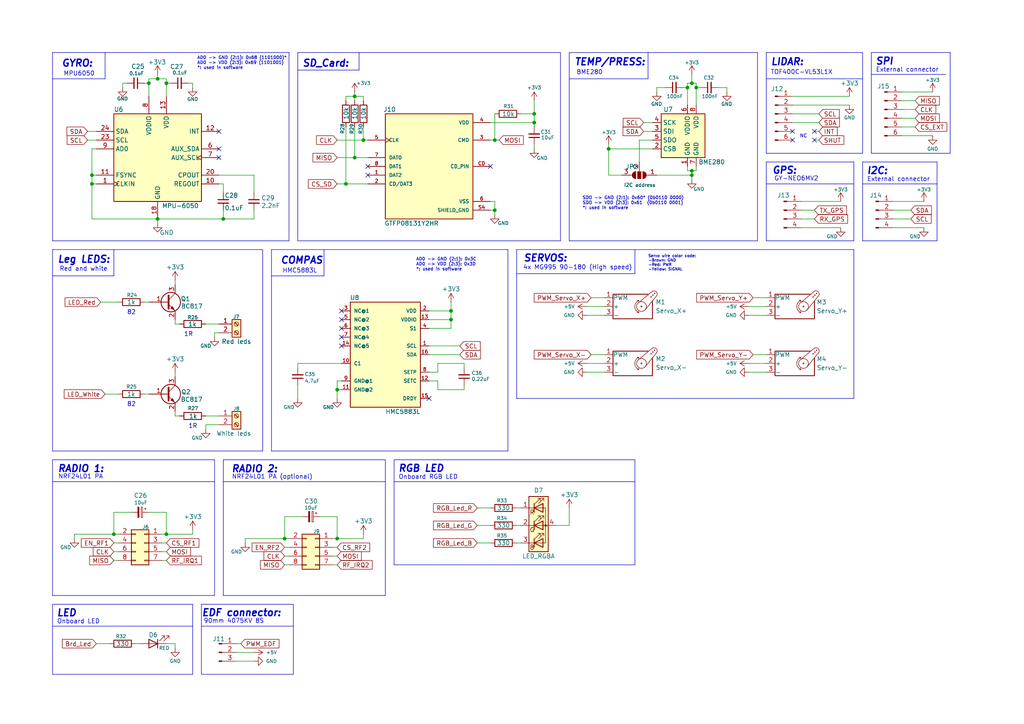
<source format=kicad_sch>
(kicad_sch (version 20230121) (generator eeschema)
  (paper "A4")
  (title_block (date "2023-02-15") (rev "2.2"))
  (junction (at 105.41 40.64))
  (junction (at 97.79 156.21))
  (junction (at 201.93 25.4))
  (junction (at 200.66 50.8))
  (junction (at 200.66 24.13))
  (junction (at 26.67 50.8))
  (junction (at 200.66 49.53))
  (junction (at 154.94 33.02))
  (junction (at 100.33 53.34))
  (junction (at 43.18 24.13))
  (junction (at 48.26 154.94))
  (junction (at 176.53 43.18))
  (junction (at 48.26 24.13))
  (junction (at 143.51 40.64))
  (junction (at 26.67 53.34))
  (junction (at 102.87 45.72))
  (junction (at 82.55 156.21))
  (junction (at 143.51 60.96))
  (junction (at 97.79 113.03))
  (junction (at 130.81 92.71))
  (junction (at 154.94 35.56))
  (junction (at 130.81 90.17))
  (junction (at 199.39 25.4))
  (junction (at 102.87 27.94))
  (junction (at 45.72 63.5))
  (junction (at 33.02 154.94))
  (junction (at 64.77 63.5))
  (junction (at 45.72 22.86))
  (no_connect (at 99.06 100.33))
  (no_connect (at 106.68 48.26))
  (no_connect (at 236.22 38.1))
  (no_connect (at 236.22 40.64))
  (no_connect (at 63.5 43.18))
  (no_connect (at 124.46 115.57))
  (no_connect (at 99.06 90.17))
  (no_connect (at 142.24 48.26))
  (no_connect (at 106.68 50.8))
  (no_connect (at 99.06 97.79))
  (no_connect (at 63.5 38.1))
  (no_connect (at 229.87 40.64))
  (no_connect (at 99.06 95.25))
  (no_connect (at 99.06 92.71))
  (no_connect (at 229.87 38.1))
  (no_connect (at 63.5 45.72))
  (wire (pts (xy 232.41 58.42) (xy 243.84 58.42)))
  (wire (pts (xy 154.94 43.18) (xy 154.94 41.91)))
  (wire (pts (xy 62.23 97.79) (xy 62.23 96.52)))
  (wire (pts (xy 161.29 152.4) (xy 165.1 152.4)))
  (wire (pts (xy 50.8 92.71) (xy 50.8 93.98)))
  (wire (pts (xy 190.5 50.8) (xy 200.66 50.8)))
  (polyline (pts (xy 162.56 69.85) (xy 162.56 15.24)))
  (wire (pts (xy 99.06 110.49) (xy 97.79 110.49)))
  (wire (pts (xy 138.43 147.32) (xy 142.24 147.32)))
  (wire (pts (xy 55.88 25.4) (xy 55.88 24.13)))
  (wire (pts (xy 59.69 123.19) (xy 63.5 123.19)))
  (polyline (pts (xy 76.2 130.81) (xy 76.2 72.39)))
  (wire (pts (xy 62.23 96.52) (xy 63.5 96.52)))
  (wire (pts (xy 143.51 40.64) (xy 144.78 40.64)))
  (wire (pts (xy 198.12 25.4) (xy 199.39 25.4)))
  (wire (pts (xy 149.86 147.32) (xy 151.13 147.32)))
  (wire (pts (xy 21.59 154.94) (xy 33.02 154.94)))
  (polyline (pts (xy 222.25 15.24) (xy 222.25 44.45)))
  (wire (pts (xy 26.67 53.34) (xy 27.94 53.34)))
  (wire (pts (xy 130.81 95.25) (xy 130.81 92.71)))
  (polyline (pts (xy 149.86 72.39) (xy 247.65 72.39)))
  (polyline (pts (xy 85.09 181.61) (xy 85.09 195.58)))
  (polyline (pts (xy 83.82 69.85) (xy 15.24 69.85)))
  (wire (pts (xy 100.33 36.83) (xy 100.33 53.34)))
  (wire (pts (xy 48.26 186.69) (xy 50.8 186.69)))
  (wire (pts (xy 68.58 186.69) (xy 69.85 186.69)))
  (wire (pts (xy 55.88 153.67) (xy 55.88 154.94)))
  (wire (pts (xy 26.67 53.34) (xy 26.67 63.5)))
  (wire (pts (xy 199.39 48.26) (xy 199.39 49.53)))
  (wire (pts (xy 154.94 33.02) (xy 154.94 35.56)))
  (wire (pts (xy 21.59 156.21) (xy 21.59 154.94)))
  (wire (pts (xy 33.02 154.94) (xy 34.29 154.94)))
  (wire (pts (xy 102.87 27.94) (xy 105.41 27.94)))
  (polyline (pts (xy 58.42 175.26) (xy 85.09 175.26)))
  (wire (pts (xy 203.2 25.4) (xy 201.93 25.4)))
  (wire (pts (xy 97.79 149.86) (xy 97.79 156.21)))
  (polyline (pts (xy 165.1 15.24) (xy 165.1 69.85)))
  (wire (pts (xy 200.66 21.59) (xy 200.66 24.13)))
  (wire (pts (xy 48.26 154.94) (xy 55.88 154.94)))
  (polyline (pts (xy 114.3 133.35) (xy 184.15 133.35)))
  (wire (pts (xy 229.87 27.94) (xy 246.38 27.94)))
  (polyline (pts (xy 111.76 133.35) (xy 64.77 133.35)))
  (wire (pts (xy 48.26 22.86) (xy 48.26 24.13)))
  (wire (pts (xy 170.18 107.95) (xy 175.26 107.95)))
  (polyline (pts (xy 222.25 53.34) (xy 247.65 53.34)))
  (wire (pts (xy 259.08 60.96) (xy 264.16 60.96)))
  (wire (pts (xy 134.62 111.76) (xy 134.62 113.03)))
  (wire (pts (xy 170.18 105.41) (xy 175.26 105.41)))
  (polyline (pts (xy 93.98 80.01) (xy 93.98 72.39)))
  (polyline (pts (xy 83.82 15.24) (xy 83.82 69.85)))
  (polyline (pts (xy 33.02 80.01) (xy 33.02 72.39)))
  (polyline (pts (xy 219.71 15.24) (xy 219.71 69.85)))
  (polyline (pts (xy 247.65 46.99) (xy 247.65 69.85)))
  (polyline (pts (xy 15.24 130.81) (xy 76.2 130.81)))
  (wire (pts (xy 176.53 43.18) (xy 189.23 43.18)))
  (wire (pts (xy 97.79 40.64) (xy 105.41 40.64)))
  (wire (pts (xy 130.81 90.17) (xy 130.81 87.63)))
  (wire (pts (xy 33.02 148.59) (xy 38.1 148.59)))
  (wire (pts (xy 171.45 102.87) (xy 175.26 102.87)))
  (wire (pts (xy 232.41 63.5) (xy 236.22 63.5)))
  (wire (pts (xy 63.5 50.8) (xy 73.66 50.8)))
  (wire (pts (xy 97.79 110.49) (xy 97.79 113.03)))
  (wire (pts (xy 200.66 49.53) (xy 200.66 50.8)))
  (wire (pts (xy 261.62 31.75) (xy 265.43 31.75)))
  (wire (pts (xy 100.33 53.34) (xy 106.68 53.34)))
  (wire (pts (xy 176.53 43.18) (xy 176.53 50.8)))
  (wire (pts (xy 96.52 163.83) (xy 97.79 163.83)))
  (polyline (pts (xy 15.24 15.24) (xy 15.24 69.85)))
  (wire (pts (xy 200.66 24.13) (xy 199.39 24.13)))
  (wire (pts (xy 185.42 40.64) (xy 189.23 40.64)))
  (polyline (pts (xy 222.25 46.99) (xy 222.25 69.85)))
  (wire (pts (xy 190.5 26.67) (xy 190.5 25.4)))
  (wire (pts (xy 43.18 148.59) (xy 48.26 148.59)))
  (wire (pts (xy 176.53 50.8) (xy 180.34 50.8)))
  (wire (pts (xy 261.62 39.37) (xy 270.51 39.37)))
  (wire (pts (xy 201.93 24.13) (xy 200.66 24.13)))
  (wire (pts (xy 127 113.03) (xy 127 110.49)))
  (polyline (pts (xy 15.24 133.35) (xy 15.24 172.72)))
  (polyline (pts (xy 184.15 79.375) (xy 184.15 72.39)))
  (wire (pts (xy 97.79 156.21) (xy 105.41 156.21)))
  (wire (pts (xy 261.62 29.21) (xy 265.43 29.21)))
  (polyline (pts (xy 187.96 22.86) (xy 187.96 15.24)))
  (wire (pts (xy 201.93 49.53) (xy 201.93 48.26)))
  (polyline (pts (xy 149.86 79.375) (xy 184.15 79.375)))
  (polyline (pts (xy 85.09 181.61) (xy 85.09 175.26)))
  (wire (pts (xy 100.33 27.94) (xy 102.87 27.94)))
  (polyline (pts (xy 149.86 72.39) (xy 149.86 115.57)))
  (wire (pts (xy 151.13 33.02) (xy 154.94 33.02)))
  (wire (pts (xy 105.41 40.64) (xy 106.68 40.64)))
  (wire (pts (xy 201.93 25.4) (xy 201.93 24.13)))
  (polyline (pts (xy 86.36 20.32) (xy 104.14 20.32)))
  (polyline (pts (xy 252.73 15.24) (xy 252.73 44.45)))
  (wire (pts (xy 199.39 25.4) (xy 199.39 30.48)))
  (wire (pts (xy 236.22 40.64) (xy 237.49 40.64)))
  (wire (pts (xy 154.94 29.21) (xy 154.94 33.02)))
  (wire (pts (xy 64.77 53.34) (xy 64.77 55.88)))
  (wire (pts (xy 185.42 40.64) (xy 185.42 46.99)))
  (wire (pts (xy 261.62 34.29) (xy 265.43 34.29)))
  (wire (pts (xy 96.52 161.29) (xy 97.79 161.29)))
  (wire (pts (xy 170.18 91.44) (xy 175.26 91.44)))
  (polyline (pts (xy 165.1 22.86) (xy 187.96 22.86)))
  (wire (pts (xy 138.43 157.48) (xy 142.24 157.48)))
  (wire (pts (xy 97.79 113.03) (xy 99.06 113.03)))
  (polyline (pts (xy 104.14 20.32) (xy 104.14 15.24)))
  (polyline (pts (xy 55.88 195.58) (xy 55.88 175.26)))
  (polyline (pts (xy 247.65 115.57) (xy 149.86 115.57)))
  (polyline (pts (xy 184.15 163.83) (xy 184.15 133.35)))
  (wire (pts (xy 143.51 60.96) (xy 143.51 62.23)))
  (polyline (pts (xy 86.36 15.24) (xy 86.36 69.85)))
  (wire (pts (xy 124.46 100.33) (xy 133.35 100.33)))
  (polyline (pts (xy 15.24 15.24) (xy 83.82 15.24)))
  (wire (pts (xy 33.02 157.48) (xy 34.29 157.48)))
  (wire (pts (xy 127 105.41) (xy 134.62 105.41)))
  (wire (pts (xy 71.12 157.48) (xy 71.12 156.21)))
  (wire (pts (xy 142.24 60.96) (xy 143.51 60.96)))
  (wire (pts (xy 46.99 160.02) (xy 48.26 160.02)))
  (polyline (pts (xy 30.48 22.86) (xy 30.48 15.24)))
  (wire (pts (xy 97.79 53.34) (xy 100.33 53.34)))
  (wire (pts (xy 59.69 124.46) (xy 59.69 123.19)))
  (wire (pts (xy 208.28 25.4) (xy 210.82 25.4)))
  (polyline (pts (xy 165.1 69.85) (xy 219.71 69.85)))
  (polyline (pts (xy 15.24 175.26) (xy 15.24 195.58)))
  (polyline (pts (xy 250.19 46.99) (xy 271.78 46.99)))
  (wire (pts (xy 48.26 154.94) (xy 46.99 154.94)))
  (wire (pts (xy 199.39 49.53) (xy 200.66 49.53)))
  (wire (pts (xy 102.87 26.67) (xy 102.87 27.94)))
  (polyline (pts (xy 78.74 72.39) (xy 147.32 72.39)))
  (wire (pts (xy 63.5 53.34) (xy 64.77 53.34)))
  (wire (pts (xy 105.41 36.83) (xy 105.41 40.64)))
  (polyline (pts (xy 250.19 44.45) (xy 250.19 15.24)))
  (wire (pts (xy 143.51 33.02) (xy 143.51 40.64)))
  (wire (pts (xy 50.8 107.95) (xy 50.8 109.22)))
  (wire (pts (xy 124.46 107.95) (xy 127 107.95)))
  (wire (pts (xy 46.99 157.48) (xy 48.26 157.48)))
  (wire (pts (xy 82.55 161.29) (xy 83.82 161.29)))
  (wire (pts (xy 102.87 36.83) (xy 102.87 45.72)))
  (polyline (pts (xy 62.23 172.72) (xy 62.23 133.35)))
  (wire (pts (xy 26.67 63.5) (xy 45.72 63.5)))
  (polyline (pts (xy 15.24 80.01) (xy 33.02 80.01)))
  (polyline (pts (xy 247.65 69.85) (xy 222.25 69.85)))
  (wire (pts (xy 82.55 158.75) (xy 83.82 158.75)))
  (wire (pts (xy 199.39 24.13) (xy 199.39 25.4)))
  (polyline (pts (xy 58.42 195.58) (xy 85.09 195.58)))
  (wire (pts (xy 142.24 40.64) (xy 143.51 40.64)))
  (wire (pts (xy 43.18 24.13) (xy 43.18 22.86)))
  (wire (pts (xy 171.45 86.36) (xy 175.26 86.36)))
  (wire (pts (xy 45.72 22.86) (xy 48.26 22.86)))
  (polyline (pts (xy 114.3 163.83) (xy 184.15 163.83)))
  (wire (pts (xy 50.8 119.38) (xy 50.8 120.65)))
  (wire (pts (xy 124.46 102.87) (xy 133.35 102.87)))
  (wire (pts (xy 82.55 149.86) (xy 87.63 149.86)))
  (wire (pts (xy 73.66 60.96) (xy 73.66 63.5)))
  (wire (pts (xy 39.37 186.69) (xy 40.64 186.69)))
  (wire (pts (xy 176.53 41.91) (xy 176.53 43.18)))
  (wire (pts (xy 124.46 95.25) (xy 130.81 95.25)))
  (polyline (pts (xy 222.25 15.24) (xy 250.19 15.24)))
  (wire (pts (xy 138.43 152.4) (xy 142.24 152.4)))
  (polyline (pts (xy 15.24 22.86) (xy 30.48 22.86)))
  (wire (pts (xy 130.81 92.71) (xy 130.81 90.17)))
  (wire (pts (xy 142.24 35.56) (xy 154.94 35.56)))
  (polyline (pts (xy 219.71 15.24) (xy 165.1 15.24)))
  (wire (pts (xy 86.36 111.76) (xy 86.36 115.57)))
  (wire (pts (xy 142.24 58.42) (xy 143.51 58.42)))
  (wire (pts (xy 210.82 25.4) (xy 210.82 26.67)))
  (wire (pts (xy 43.18 22.86) (xy 45.72 22.86)))
  (wire (pts (xy 134.62 105.41) (xy 134.62 106.68)))
  (wire (pts (xy 27.94 43.18) (xy 26.67 43.18)))
  (polyline (pts (xy 76.2 72.39) (xy 15.24 72.39)))
  (wire (pts (xy 92.71 149.86) (xy 97.79 149.86)))
  (wire (pts (xy 154.94 35.56) (xy 154.94 36.83)))
  (wire (pts (xy 82.55 163.83) (xy 83.82 163.83)))
  (wire (pts (xy 27.94 186.69) (xy 31.75 186.69)))
  (wire (pts (xy 82.55 156.21) (xy 83.82 156.21)))
  (wire (pts (xy 97.79 113.03) (xy 97.79 115.57)))
  (wire (pts (xy 97.79 45.72) (xy 102.87 45.72)))
  (wire (pts (xy 218.44 102.87) (xy 222.25 102.87)))
  (polyline (pts (xy 86.36 69.85) (xy 162.56 69.85)))
  (wire (pts (xy 25.4 38.1) (xy 27.94 38.1)))
  (wire (pts (xy 26.67 43.18) (xy 26.67 50.8)))
  (polyline (pts (xy 247.65 72.39) (xy 247.65 115.57)))
  (wire (pts (xy 97.79 156.21) (xy 96.52 156.21)))
  (wire (pts (xy 26.67 50.8) (xy 26.67 53.34)))
  (wire (pts (xy 149.86 157.48) (xy 151.13 157.48)))
  (polyline (pts (xy 78.74 80.01) (xy 93.98 80.01)))
  (polyline (pts (xy 15.24 139.7) (xy 62.23 139.7)))
  (polyline (pts (xy 114.3 133.35) (xy 114.3 163.83)))
  (polyline (pts (xy 15.24 172.72) (xy 62.23 172.72)))
  (polyline (pts (xy 58.42 181.61) (xy 85.09 181.61)))
  (wire (pts (xy 64.77 63.5) (xy 73.66 63.5)))
  (wire (pts (xy 217.17 107.95) (xy 222.25 107.95)))
  (wire (pts (xy 30.48 114.3) (xy 34.29 114.3)))
  (wire (pts (xy 48.26 24.13) (xy 49.53 24.13)))
  (wire (pts (xy 229.87 30.48) (xy 246.38 30.48)))
  (wire (pts (xy 68.58 189.23) (xy 73.66 189.23)))
  (wire (pts (xy 50.8 93.98) (xy 52.07 93.98)))
  (wire (pts (xy 105.41 27.94) (xy 105.41 29.21)))
  (wire (pts (xy 102.87 45.72) (xy 106.68 45.72)))
  (wire (pts (xy 149.86 152.4) (xy 151.13 152.4)))
  (polyline (pts (xy 222.25 22.86) (xy 250.19 22.86)))
  (polyline (pts (xy 15.24 195.58) (xy 55.88 195.58)))
  (polyline (pts (xy 252.73 21.59) (xy 274.32 21.59)))
  (wire (pts (xy 200.66 52.07) (xy 200.66 50.8)))
  (wire (pts (xy 71.12 156.21) (xy 82.55 156.21)))
  (wire (pts (xy 33.02 148.59) (xy 33.02 154.94)))
  (wire (pts (xy 232.41 66.04) (xy 243.84 66.04)))
  (wire (pts (xy 170.18 88.9) (xy 175.26 88.9)))
  (polyline (pts (xy 78.74 72.39) (xy 78.74 130.81)))
  (wire (pts (xy 33.02 162.56) (xy 34.29 162.56)))
  (polyline (pts (xy 252.73 44.45) (xy 275.59 44.45)))
  (wire (pts (xy 186.69 38.1) (xy 189.23 38.1)))
  (wire (pts (xy 82.55 149.86) (xy 82.55 156.21)))
  (polyline (pts (xy 222.25 46.99) (xy 247.65 46.99)))
  (wire (pts (xy 86.36 105.41) (xy 99.06 105.41)))
  (wire (pts (xy 200.66 49.53) (xy 201.93 49.53)))
  (wire (pts (xy 50.8 120.65) (xy 52.07 120.65)))
  (wire (pts (xy 236.22 38.1) (xy 237.49 38.1)))
  (polyline (pts (xy 15.24 181.61) (xy 55.88 181.61)))
  (wire (pts (xy 232.41 60.96) (xy 236.22 60.96)))
  (polyline (pts (xy 111.76 172.72) (xy 111.76 133.35)))
  (polyline (pts (xy 250.19 53.34) (xy 271.78 53.34)))
  (wire (pts (xy 201.93 25.4) (xy 201.93 30.48)))
  (wire (pts (xy 261.62 36.83) (xy 265.43 36.83)))
  (polyline (pts (xy 15.24 72.39) (xy 15.24 130.81)))
  (wire (pts (xy 35.56 24.13) (xy 36.83 24.13)))
  (wire (pts (xy 25.4 40.64) (xy 27.94 40.64)))
  (wire (pts (xy 259.08 66.04) (xy 267.97 66.04)))
  (polyline (pts (xy 250.19 46.99) (xy 250.19 69.85)))
  (wire (pts (xy 29.21 87.63) (xy 34.29 87.63)))
  (wire (pts (xy 102.87 27.94) (xy 102.87 29.21)))
  (polyline (pts (xy 250.19 69.85) (xy 271.78 69.85)))
  (wire (pts (xy 48.26 148.59) (xy 48.26 154.94)))
  (wire (pts (xy 261.62 26.67) (xy 270.51 26.67)))
  (wire (pts (xy 127 107.95) (xy 127 105.41)))
  (wire (pts (xy 124.46 90.17) (xy 130.81 90.17)))
  (wire (pts (xy 50.8 186.69) (xy 50.8 187.96)))
  (wire (pts (xy 217.17 105.41) (xy 222.25 105.41)))
  (polyline (pts (xy 15.24 175.26) (xy 55.88 175.26)))
  (wire (pts (xy 127 110.49) (xy 124.46 110.49)))
  (wire (pts (xy 217.17 88.9) (xy 222.25 88.9)))
  (wire (pts (xy 96.52 158.75) (xy 97.79 158.75)))
  (polyline (pts (xy 64.77 172.72) (xy 111.76 172.72)))
  (wire (pts (xy 41.91 87.63) (xy 43.18 87.63)))
  (polyline (pts (xy 162.56 15.24) (xy 86.36 15.24)))
  (polyline (pts (xy 62.23 133.35) (xy 15.24 133.35)))
  (wire (pts (xy 64.77 60.96) (xy 64.77 63.5)))
  (wire (pts (xy 41.91 114.3) (xy 43.18 114.3)))
  (polyline (pts (xy 64.77 133.35) (xy 64.77 172.72)))
  (wire (pts (xy 134.62 113.03) (xy 127 113.03)))
  (polyline (pts (xy 275.59 44.45) (xy 275.59 15.24)))
  (wire (pts (xy 186.69 35.56) (xy 189.23 35.56)))
  (polyline (pts (xy 252.73 15.24) (xy 275.59 15.24)))
  (wire (pts (xy 259.08 58.42) (xy 267.97 58.42)))
  (polyline (pts (xy 271.78 69.85) (xy 271.78 46.99)))
  (wire (pts (xy 45.72 21.59) (xy 45.72 22.86)))
  (wire (pts (xy 43.18 24.13) (xy 43.18 27.94)))
  (wire (pts (xy 48.26 24.13) (xy 48.26 27.94)))
  (wire (pts (xy 54.61 24.13) (xy 55.88 24.13)))
  (wire (pts (xy 35.56 24.13) (xy 35.56 25.4)))
  (wire (pts (xy 73.66 50.8) (xy 73.66 55.88)))
  (wire (pts (xy 27.94 50.8) (xy 26.67 50.8)))
  (wire (pts (xy 68.58 191.77) (xy 73.66 191.77)))
  (wire (pts (xy 59.69 120.65) (xy 63.5 120.65)))
  (polyline (pts (xy 114.3 139.7) (xy 184.15 139.7)))
  (wire (pts (xy 124.46 92.71) (xy 130.81 92.71)))
  (wire (pts (xy 46.99 162.56) (xy 48.26 162.56)))
  (wire (pts (xy 229.87 35.56) (xy 237.49 35.56)))
  (wire (pts (xy 50.8 81.28) (xy 50.8 82.55)))
  (polyline (pts (xy 147.32 72.39) (xy 147.32 130.81)))
  (wire (pts (xy 59.69 93.98) (xy 63.5 93.98)))
  (wire (pts (xy 229.87 33.02) (xy 237.49 33.02)))
  (polyline (pts (xy 64.77 139.7) (xy 111.76 139.7)))
  (wire (pts (xy 41.91 24.13) (xy 43.18 24.13)))
  (wire (pts (xy 190.5 25.4) (xy 193.04 25.4)))
  (wire (pts (xy 86.36 106.68) (xy 86.36 105.41)))
  (polyline (pts (xy 147.32 130.81) (xy 78.74 130.81)))
  (wire (pts (xy 165.1 147.32) (xy 165.1 152.4)))
  (wire (pts (xy 100.33 27.94) (xy 100.33 29.21)))
  (wire (pts (xy 218.44 86.36) (xy 222.25 86.36)))
  (wire (pts (xy 33.02 160.02) (xy 34.29 160.02)))
  (wire (pts (xy 143.51 58.42) (xy 143.51 60.96)))
  (wire (pts (xy 217.17 91.44) (xy 222.25 91.44)))
  (wire (pts (xy 259.08 63.5) (xy 264.16 63.5)))
  (polyline (pts (xy 58.42 175.26) (xy 58.42 195.58)))
  (wire (pts (xy 45.72 63.5) (xy 64.77 63.5)))
  (polyline (pts (xy 222.25 44.45) (xy 250.19 44.45)))
  (wire (pts (xy 45.72 63.5) (xy 45.72 64.77)))
  (wire (pts (xy 105.41 156.21) (xy 105.41 154.94)))
  (text "COMPAS" (at 81.28 76.835 0) (effects (font (size 2 2) (thickness 0.4) bold italic) (justify left bottom)))
  (text "Red and white" (at 17.2477 78.8545 0) (effects (font (size 1.27 1.27)) (justify left bottom)))
  (text "Leg LEDS:" (at 16.6127 76.5615 0) (effects (font (size 2 2) (thickness 0.4) bold italic) (justify left bottom)))
  (text "GYRO:" (at 17.78 19.685 0) (effects (font (size 2 2) (thickness 0.4) bold italic) (justify left bottom)))
  (text "External connector" (at 254.0039 21.0954 0) (effects (font (size 1.27 1.27)) (justify left bottom)))
  (text "90mm 4075KV 8S" (at 59.055 180.975 0) (effects (font (size 1.27 1.27)) (justify left bottom)))
  (text "SPI" (at 253.8608 19.0924 0) (effects (font (size 2 2) (thickness 0.4) bold italic) (justify left bottom)))
  (text "1R" (at 53.34 97.79 0) (effects (font (size 1.27 1.27)) (justify left bottom)))
  (text "AD0 -> GND (2:1): 0x3C\nAD0 -> VDD (2:3): 0x3D\n*: used in software" (at 120.65 78.74 0) (effects (font (size 0.9 0.9)) (justify left bottom)))
  (text "I2C:" (at 251.3208 50.8424 0) (effects (font (size 2 2) (thickness 0.4) bold italic) (justify left bottom)))
  (text "TOF400C-VL53L1X" (at 223.4847 21.8055 0) (effects (font (size 1.27 1.27)) (justify left bottom)))
  (text "Onboard RGB LED" (at 115.5739 139.2054 0) (effects (font (size 1.27 1.27)) (justify left bottom)))
  (text "GY-NEO6MV2" (at 224.5103 52.6573 0) (effects (font (size 1.27 1.27)) (justify left bottom)))
  (text "TEMP/PRESS:" (at 166.5293 19.3008 0) (effects (font (size 2 2) (thickness 0.4) bold italic) (justify left bottom)))
  (text "AD0 -> GND (2:1): 0x68 (1101000)*\nAD0 -> VDD (2:3): 0x69 (1101001)\n*: used in software" (at 57.15 20.32 0) (effects (font (size 0.9 0.9)) (justify left bottom)))
  (text "82" (at 36.83 91.44 0) (effects (font (size 1.27 1.27)) (justify left bottom)))
  (text "SERVOS:\n" (at 151.765 76.2 0) (effects (font (size 2 2) (thickness 0.4) bold italic) (justify left bottom)))
  (text "82" (at 36.83 118.11 0) (effects (font (size 1.27 1.27)) (justify left bottom)))
  (text "4x MG995 90-180 (High speed)" (at 151.6896 78.4294 0) (effects (font (size 1.27 1.27)) (justify left bottom)))
  (text "NRF24L01 PA" (at 16.8606 139.0903 0) (effects (font (size 1.27 1.27)) (justify left bottom)))
  (text "LED" (at 16.3708 179.1124 0) (effects (font (size 2 2) (thickness 0.4) bold italic) (justify left bottom)))
  (text "RADIO 1:" (at 16.654 137.2745 0) (effects (font (size 2 2) (thickness 0.4) bold italic) (justify left bottom)))
  (text "LIDAR:" (at 223.4847 19.2655 0) (effects (font (size 2 2) (thickness 0.4) bold italic) (justify left bottom)))
  (text "Onboard LED" (at 16.5139 181.1154 0) (effects (font (size 1.27 1.27)) (justify left bottom)))
  (text "External connector" (at 251.4639 52.8454 0) (effects (font (size 1.27 1.27)) (justify left bottom)))
  (text "NC" (at 231.931 40.1621 0) (effects (font (size 1 1)) (justify left bottom)))
  (text "HMC5883L" (at 81.915 79.375 0) (effects (font (size 1.27 1.27)) (justify left bottom)))
  (text "RGB LED" (at 115.4308 137.2024 0) (effects (font (size 2 2) (thickness 0.4) bold italic) (justify left bottom)))
  (text "SD_Card:" (at 87.63 19.685 0) (effects (font (size 2 2) (thickness 0.4) bold italic) (justify left bottom)))
  (text "EDF connector:" (at 58.42 179.07 0) (effects (font (size 2 2) (thickness 0.4) bold italic) (justify left bottom)))
  (text "NRF24L01 PA (optional)" (at 67.2376 139.1541 0) (effects (font (size 1.27 1.27)) (justify left bottom)))
  (text "Servo wire color code:\n-Brown: GND\n-Red: PWR\n-Yellow: SIGNAL" (at 187.96 78.74 0) (effects (font (size 0.8 0.8)) (justify left bottom)))
  (text "GPS:" (at 223.8753 50.7517 0) (effects (font (size 2 2) (thickness 0.4) bold italic) (justify left bottom)))
  (text "SDO -> GND (2:1): 0x60* (0b0110 0000)\nSDO -> VDD (2:3): 0x61  (0b0110 0001)\n*: used in software" (at 168.91 60.96 0) (effects (font (size 0.9 0.9)) (justify left bottom)))
  (text "MPU6050" (at 18.415 22.225 0) (effects (font (size 1.27 1.27)) (justify left bottom)))
  (text "1R" (at 54.61 124.46 0) (effects (font (size 1.27 1.27)) (justify left bottom)))
  (text "BME280" (at 167.1643 21.8408 0) (effects (font (size 1.27 1.27)) (justify left bottom)))
  (text "RADIO 2:" (at 67.031 137.3383 0) (effects (font (size 2 2) (thickness 0.4) bold italic) (justify left bottom)))
  (global_label "PWM_Servo_X-" (shape input) (at 171.45 102.87 180) (property "Intersheetrefs" "${INTERSHEET_REFS}" (effects hide)))
  (global_label "SCL" (shape input) (at 133.35 100.33 0) (property "Intersheetrefs" "${INTERSHEET_REFS}" (effects hide)))
  (global_label "RGB_Led_G" (shape input) (at 138.43 152.4 180) (property "Intersheetrefs" "${INTERSHEET_REFS}" (effects hide)))
  (global_label "MISO" (shape input) (at 97.79 45.72 180) (property "Intersheetrefs" "${INTERSHEET_REFS}" (effects hide)))
  (global_label "CS_SD" (shape input) (at 97.79 53.34 180) (property "Intersheetrefs" "${INTERSHEET_REFS}" (effects hide)))
  (global_label "CLK" (shape input) (at 265.43 31.75 0) (property "Intersheetrefs" "${INTERSHEET_REFS}" (effects hide)))
  (global_label "SDA" (shape input) (at 133.35 102.87 0) (property "Intersheetrefs" "${INTERSHEET_REFS}" (effects hide)))
  (global_label "TX_GPS" (shape input) (at 236.22 60.96 0) (property "Intersheetrefs" "${INTERSHEET_REFS}" (effects hide)))
  (global_label "RF_IRQ1" (shape input) (at 48.26 162.56 0) (property "Intersheetrefs" "${INTERSHEET_REFS}" (effects hide)))
  (global_label "SDA" (shape input) (at 186.69 38.1 180) (property "Intersheetrefs" "${INTERSHEET_REFS}" (effects hide)))
  (global_label "EN_RF1" (shape input) (at 33.02 157.48 180) (property "Intersheetrefs" "${INTERSHEET_REFS}" (effects hide)))
  (global_label "CS_EXT" (shape input) (at 265.43 36.83 0) (property "Intersheetrefs" "${INTERSHEET_REFS}" (effects hide)))
  (global_label "MOSI" (shape input) (at 48.26 160.02 0) (property "Intersheetrefs" "${INTERSHEET_REFS}" (effects hide)))
  (global_label "SCL" (shape input) (at 237.49 33.02 0) (property "Intersheetrefs" "${INTERSHEET_REFS}" (effects hide)))
  (global_label "MOSI" (shape input) (at 144.78 40.64 0) (property "Intersheetrefs" "${INTERSHEET_REFS}" (effects hide)))
  (global_label "SCL" (shape input) (at 264.16 63.5 0) (property "Intersheetrefs" "${INTERSHEET_REFS}" (effects hide)))
  (global_label "MISO" (shape input) (at 82.55 163.83 180) (property "Intersheetrefs" "${INTERSHEET_REFS}" (effects hide)))
  (global_label "MISO" (shape input) (at 265.43 29.21 0) (property "Intersheetrefs" "${INTERSHEET_REFS}" (effects hide)))
  (global_label "PWM_Servo_Y-" (shape input) (at 218.44 102.87 180) (property "Intersheetrefs" "${INTERSHEET_REFS}" (effects hide)))
  (global_label "RGB_Led_B" (shape input) (at 138.43 157.48 180) (property "Intersheetrefs" "${INTERSHEET_REFS}" (effects hide)))
  (global_label "LED_White" (shape input) (at 30.48 114.3 180) (property "Intersheetrefs" "${INTERSHEET_REFS}" (effects hide)))
  (global_label "SHUT" (shape input) (at 237.49 40.64 0) (property "Intersheetrefs" "${INTERSHEET_REFS}" (effects hide)))
  (global_label "Brd_Led" (shape input) (at 27.94 186.69 180) (property "Intersheetrefs" "${INTERSHEET_REFS}" (effects hide)))
  (global_label "SDA" (shape input) (at 237.49 35.56 0) (property "Intersheetrefs" "${INTERSHEET_REFS}" (effects hide)))
  (global_label "MISO" (shape input) (at 33.02 162.56 180) (property "Intersheetrefs" "${INTERSHEET_REFS}" (effects hide)))
  (global_label "LED_Red" (shape input) (at 29.21 87.63 180) (property "Intersheetrefs" "${INTERSHEET_REFS}" (effects hide)))
  (global_label "RF_IRQ2" (shape input) (at 97.79 163.83 0) (property "Intersheetrefs" "${INTERSHEET_REFS}" (effects hide)))
  (global_label "INT" (shape input) (at 237.49 38.1 0) (property "Intersheetrefs" "${INTERSHEET_REFS}" (effects hide)))
  (global_label "RGB_Led_R" (shape input) (at 138.43 147.32 180) (property "Intersheetrefs" "${INTERSHEET_REFS}" (effects hide)))
  (global_label "MOSI" (shape input) (at 97.79 161.29 0) (property "Intersheetrefs" "${INTERSHEET_REFS}" (effects hide)))
  (global_label "SDA" (shape input) (at 25.4 38.1 180) (property "Intersheetrefs" "${INTERSHEET_REFS}" (effects hide)))
  (global_label "CLK" (shape input) (at 82.55 161.29 180) (property "Intersheetrefs" "${INTERSHEET_REFS}" (effects hide)))
  (global_label "PWM_Servo_X+" (shape input) (at 171.45 86.36 180) (property "Intersheetrefs" "${INTERSHEET_REFS}" (effects hide)))
  (global_label "PWM_Servo_Y+" (shape input) (at 218.44 86.36 180) (property "Intersheetrefs" "${INTERSHEET_REFS}" (effects hide)))
  (global_label "EN_RF2" (shape input) (at 82.55 158.75 180) (property "Intersheetrefs" "${INTERSHEET_REFS}" (effects hide)))
  (global_label "SCL" (shape input) (at 25.4 40.64 180) (property "Intersheetrefs" "${INTERSHEET_REFS}" (effects hide)))
  (global_label "CLK" (shape input) (at 33.02 160.02 180) (property "Intersheetrefs" "${INTERSHEET_REFS}" (effects hide)))
  (global_label "PWM_EDF" (shape input) (at 69.85 186.69 0) (property "Intersheetrefs" "${INTERSHEET_REFS}" (effects hide)))
  (global_label "SDA" (shape input) (at 264.16 60.96 0) (property "Intersheetrefs" "${INTERSHEET_REFS}" (effects hide)))
  (global_label "MOSI" (shape input) (at 265.43 34.29 0) (property "Intersheetrefs" "${INTERSHEET_REFS}" (effects hide)))
  (global_label "CS_RF1" (shape input) (at 48.26 157.48 0) (property "Intersheetrefs" "${INTERSHEET_REFS}" (effects hide)))
  (global_label "CS_RF2" (shape input) (at 97.79 158.75 0) (property "Intersheetrefs" "${INTERSHEET_REFS}" (effects hide)))
  (global_label "RX_GPS" (shape input) (at 236.22 63.5 0) (property "Intersheetrefs" "${INTERSHEET_REFS}" (effects hide)))
  (global_label "CLK" (shape input) (at 97.79 40.64 180) (property "Intersheetrefs" "${INTERSHEET_REFS}" (effects hide)))
  (global_label "SCL" (shape input) (at 186.69 35.56 180) (property "Intersheetrefs" "${INTERSHEET_REFS}" (effects hide)))
  (symbol (lib_id "power:+3.3V") (at 50.8 81.28 0) (unit 1)
    (property "Reference" "#PWR0102" (effects hide))
    (property "Value" "+3.3V" (at 50.8 77.47 0))
  )
  (symbol (lib_id "power:GND") (at 170.18 107.95 270) (unit 1)
    (property "Reference" "#PWR049" (effects hide))
    (property "Value" "GND" (at 165.1 107.95 90) (effects (font (size 1 1))))
  )
  (symbol (lib_id "Motor:Motor_Servo") (at 229.87 88.9 0) (unit 1)
    (property "Reference" "M3" (at 236.855 87.63 0) (effects (justify left)))
    (property "Value" "Servo_Y+" (at 236.855 90.17 0) (effects (justify left)))
    (property "Footprint" "Connector_PinHeader_2.54mm:PinHeader_1x03_P2.54mm_Vertical" (effects hide))
    (property "Datasheet" "http://forums.parallax.com/uploads/attachments/46831/74481.png" (effects hide))
  )
  (symbol (lib_id "power:+3.3V") (at 154.94 29.21 0) (unit 1)
    (property "Reference" "#PWR057" (effects hide))
    (property "Value" "+3.3V" (at 154.94 25.4 0) (effects (font (size 1 1))))
  )
  (symbol (lib_id "power:+3.3V") (at 45.72 21.59 0) (unit 1)
    (property "Reference" "#PWR037" (effects hide))
    (property "Value" "+3.3V" (at 45.5321 18.0375 0))
  )
  (symbol (lib_id "power:GND") (at 62.23 97.79 0) (unit 1)
    (property "Reference" "#PWR044" (effects hide))
    (property "Value" "GND" (at 59.69 100.33 0) (effects (font (size 1 1))))
  )
  (symbol (lib_id "Motor:Motor_Servo") (at 229.87 105.41 0) (unit 1)
    (property "Reference" "M4" (at 236.855 104.14 0) (effects (justify left)))
    (property "Value" "Servo_Y-" (at 236.855 106.68 0) (effects (justify left)))
    (property "Footprint" "Connector_PinHeader_2.54mm:PinHeader_1x03_P2.54mm_Vertical" (effects hide))
    (property "Datasheet" "http://forums.parallax.com/uploads/attachments/46831/74481.png" (effects hide))
  )
  (symbol (lib_id "Connector:Conn_01x06_Male") (at 224.79 33.02 0) (unit 1)
    (property "Reference" "J12" (at 225.4014 25.771 0))
    (property "Value" "Conn_01x06_Male" (effects hide))
    (property "Footprint" "Connector_JST:JST_XH_S6B-XH-A-1_1x06_P2.50mm_Horizontal" (effects hide))
  )
  (symbol (lib_id "Sensor_Motion:MPU-6050") (at 45.72 45.72 0) (unit 1)
    (property "Reference" "U6" (at 33.02 31.75 0) (effects (justify left)))
    (property "Value" "MPU-6050" (at 46.99 59.69 0) (effects (justify left)))
    (property "Footprint" "Sensor_Motion:InvenSense_QFN-24_4x4mm_P0.5mm" (effects hide))
    (property "Datasheet" "https://store.invensense.com/datasheets/invensense/MPU-6050_DataSheet_V3%204.pdf" (effects hide))
  )
  (symbol (lib_id "Device:C_Small") (at 205.74 25.4 90) (unit 1)
    (property "Reference" "C32" (at 207.1242 22.5459 90) (effects (font (size 1 1)) (justify left)))
    (property "Value" "100nF" (at 208.28 27.94 90) (effects (font (size 1 1)) (justify left)))
    (property "Footprint" "Capacitor_SMD:C_0603_1608Metric" (effects hide))
  )
  (symbol (lib_id "Device:R") (at 102.87 33.02 0) (unit 1)
    (property "Reference" "R29" (at 102.0616 38.8883 90) (effects (font (size 1 1)) (justify left)))
    (property "Value" "10k" (at 102.9167 34.73 90) (effects (justify left)))
    (property "Footprint" "Resistor_SMD:R_0603_1608Metric" (effects hide))
  )
  (symbol (lib_id "Device:R") (at 35.56 186.69 90) (unit 1)
    (property "Reference" "R32" (at 36.6357 184.5863 90) (effects (font (size 1 1)) (justify left)))
    (property "Value" "330" (at 37.465 186.69 90) (effects (justify left)))
    (property "Footprint" "Resistor_SMD:R_0603_1608Metric" (effects hide))
  )
  (symbol (lib_id "power:GND") (at 50.8 187.96 0) (unit 1)
    (property "Reference" "#PWR067" (effects hide))
    (property "Value" "GND" (at 50.8157 191.7151 0) (effects (font (size 1 1))))
  )
  (symbol (lib_id "power:GND") (at 154.94 43.18 0) (unit 1)
    (property "Reference" "#PWR058" (effects hide))
    (property "Value" "GND" (at 157.2461 45.8401 0) (effects (font (size 1 1))))
  )
  (symbol (lib_id "power:+3.3V") (at 50.8 107.95 0) (unit 1)
    (property "Reference" "#PWR0103" (effects hide))
    (property "Value" "+3.3V" (at 50.8 104.14 0))
  )
  (symbol (lib_id "power:GND") (at 170.18 91.44 270) (unit 1)
    (property "Reference" "#PWR047" (effects hide))
    (property "Value" "GND" (at 165.1 91.44 90) (effects (font (size 1 1))))
  )
  (symbol (lib_id "Device:C_Small") (at 86.36 109.22 180) (unit 1)
    (property "Reference" "C35" (at 91.4364 108.5428 0) (effects (font (size 1 1)) (justify left)))
    (property "Value" "4.7uF" (at 92.71 110.49 0) (effects (font (size 1 1)) (justify left)))
    (property "Footprint" "Capacitor_SMD:C_0603_1608Metric" (effects hide))
  )
  (symbol (lib_id "Connector_Generic:Conn_02x04_Odd_Even") (at 91.44 158.75 0) (mirror y) (unit 1)
    (property "Reference" "J9" (at 91.7843 154.1011 0) (effects (font (size 1 1))))
    (property "Value" "Conn_02x04_Odd_Even" (effects hide))
    (property "Footprint" "Connector_PinSocket_2.54mm:PinSocket_2x04_P2.54mm_Vertical" (effects hide))
  )
  (symbol (lib_id "power:GND") (at 217.17 107.95 270) (unit 1)
    (property "Reference" "#PWR056" (effects hide))
    (property "Value" "GND" (at 212.09 107.95 90) (effects (font (size 1 1))))
  )
  (symbol (lib_id "power:GND") (at 143.51 62.23 0) (unit 1)
    (property "Reference" "#PWR052" (effects hide))
    (property "Value" "GND" (at 145.9612 64.7256 0) (effects (font (size 1 1))))
  )
  (symbol (lib_id "Device:R") (at 38.1 114.3 270) (unit 1)
    (property "Reference" "R25" (at 36.6121 112.1744 90) (effects (font (size 1 1)) (justify left)))
    (property "Value" "1k" (at 36.83 114.3 90) (effects (justify left)))
    (property "Footprint" "Resistor_SMD:R_0603_1608Metric" (effects hide))
  )
  (symbol (lib_id "Device:C_Small") (at 64.77 58.42 0) (unit 1)
    (property "Reference" "C28" (at 65.148 56.6836 0) (effects (justify left)))
    (property "Value" "0.1uF" (at 65.148 60.3081 0) (effects (justify left)))
    (property "Footprint" "Capacitor_SMD:C_0603_1608Metric" (effects hide))
  )
  (symbol (lib_id "Micro_SD_TF_Holder:GTFP08131Y2HR") (at 124.46 48.26 0) (unit 1)
    (property "Reference" "J10" (at 113.03 31.75 0))
    (property "Value" "GTFP08131Y2HR" (at 119.38 64.77 0))
    (property "Footprint" "MicroSD_slot:AMPHENOL_GTFP08131Y2HR" (effects hide))
    (property "STANDARD" "Manufacturer Recommendations" (effects hide))
    (property "MANUFACTURER" "Amphenol" (effects hide))
    (property "MAXIMUM_PACKAGE_HEIGHT" "1.85 mm" (effects hide))
    (property "PARTREV" "A" (effects hide))
  )
  (symbol (lib_id "Device:C_Small") (at 39.37 24.13 270) (unit 1)
    (property "Reference" "C25" (at 38.0713 19.2838 90) (effects (justify left)))
    (property "Value" "0.1uF" (at 37.4649 21.2686 90) (effects (font (size 1 1)) (justify left)))
    (property "Footprint" "Capacitor_SMD:C_0603_1608Metric" (effects hide))
  )
  (symbol (lib_id "power:+3.3V") (at 130.81 87.63 0) (unit 1)
    (property "Reference" "#PWR076" (effects hide))
    (property "Value" "+3.3V" (at 130.81 83.82 0))
  )
  (symbol (lib_id "power:GND") (at 35.56 25.4 0) (unit 1)
    (property "Reference" "#PWR036" (effects hide))
    (property "Value" "GND" (at 35.5295 28.6314 0) (effects (font (size 1 1))))
  )
  (symbol (lib_id "Motor:Motor_Servo") (at 182.88 88.9 0) (unit 1)
    (property "Reference" "M1" (at 190.1453 87.6102 0) (effects (justify left)))
    (property "Value" "Servo_X+" (at 190.1453 90.1502 0) (effects (justify left)))
    (property "Footprint" "Connector_PinHeader_2.54mm:PinHeader_1x03_P2.54mm_Vertical" (effects hide))
    (property "Datasheet" "http://forums.parallax.com/uploads/attachments/46831/74481.png" (effects hide))
  )
  (symbol (lib_id "power:+3.3V") (at 267.97 58.42 0) (unit 1)
    (property "Reference" "#PWR070" (effects hide))
    (property "Value" "+3.3V" (at 267.9492 54.9722 0) (effects (font (size 1 1))))
  )
  (symbol (lib_id "power:+5V") (at 217.17 88.9 90) (unit 1)
    (property "Reference" "#PWR053" (effects hide))
    (property "Value" "+5V" (at 212.09 88.9 90) (effects (font (size 1 1))))
  )
  (symbol (lib_id "Transistor_BJT:BC817") (at 48.26 114.3 0) (unit 1)
    (property "Reference" "Q2" (at 52.5448 113.6779 0) (effects (justify left)))
    (property "Value" "BC817" (at 52.4018 115.8589 0) (effects (justify left)))
    (property "Footprint" "Package_TO_SOT_SMD:SOT-23" (effects hide))
    (property "Datasheet" "https://www.onsemi.com/pub/Collateral/BC818-D.pdf" (effects hide))
  )
  (symbol (lib_id "Sensor_Pressure:BMP280") (at 199.39 40.64 0) (unit 1)
    (property "Reference" "U7" (at 192.405 31.75 0) (effects (justify left)))
    (property "Value" "BME280" (at 202.565 46.99 0) (effects (justify left)))
    (property "Footprint" "Package_LGA:Bosch_LGA-8_2x2.5mm_P0.65mm_ClockwisePinNumbering" (effects hide))
    (property "Datasheet" "https://ae-bst.resource.bosch.com/media/_tech/media/datasheets/BST-BMP280-DS001.pdf" (effects hide))
  )
  (symbol (lib_id "Device:R") (at 146.05 157.48 90) (unit 1)
    (property "Reference" "R35" (at 147.1257 155.3763 90) (effects (font (size 1 1)) (justify left)))
    (property "Value" "330" (at 147.955 157.48 90) (effects (justify left)))
    (property "Footprint" "Resistor_SMD:R_0603_1608Metric" (effects hide))
  )
  (symbol (lib_id "Device:R") (at 55.88 93.98 90) (unit 1)
    (property "Reference" "R26" (at 57.466 92.0577 90) (effects (font (size 1 1)) (justify left)))
    (property "Value" "1k" (at 57.0391 94.0107 90) (effects (justify left)))
    (property "Footprint" "Resistor_SMD:R_0603_1608Metric" (effects hide))
  )
  (symbol (lib_id "power:+3.3V") (at 270.51 26.67 0) (unit 1)
    (property "Reference" "#PWR072" (effects hide))
    (property "Value" "+3.3V" (at 270.4892 23.2222 0) (effects (font (size 1 1))))
  )
  (symbol (lib_id "power:+3.3V") (at 246.38 27.94 0) (unit 1)
    (property "Reference" "#PWR0101" (effects hide))
    (property "Value" "+3.3V" (at 246.38 24.13 0))
  )
  (symbol (lib_id "power:GND") (at 71.12 157.48 0) (unit 1)
    (property "Reference" "#PWR045" (effects hide))
    (property "Value" "GND" (at 68.58 160.02 0) (effects (font (size 1 1))))
  )
  (symbol (lib_id "power:GND") (at 243.84 66.04 0) (unit 1)
    (property "Reference" "#PWR066" (effects hide))
    (property "Value" "GND" (at 241.3 68.58 0) (effects (font (size 1 1))))
  )
  (symbol (lib_id "power:+3.3V") (at 200.66 21.59 0) (unit 1)
    (property "Reference" "#PWR062" (effects hide))
    (property "Value" "+3.3V" (at 200.6392 18.1422 0) (effects (font (size 1 1))))
  )
  (symbol (lib_id "power:+5V") (at 217.17 105.41 90) (unit 1)
    (property "Reference" "#PWR055" (effects hide))
    (property "Value" "+5V" (at 212.09 105.41 90) (effects (font (size 1 1))))
  )
  (symbol (lib_id "Device:R") (at 147.32 33.02 270) (unit 1)
    (property "Reference" "R31" (at 145.9753 30.8297 90) (effects (font (size 1 1)) (justify left)))
    (property "Value" "10k" (at 145.61 33.0667 90) (effects (justify left)))
    (property "Footprint" "Resistor_SMD:R_0603_1608Metric" (effects hide))
  )
  (symbol (lib_id "power:+5V") (at 73.66 189.23 270) (unit 1)
    (property "Reference" "#PWR060" (effects hide))
    (property "Value" "+5V" (at 78.74 189.23 90) (effects (font (size 1 1))))
  )
  (symbol (lib_id "power:GND") (at 59.69 124.46 0) (unit 1)
    (property "Reference" "#PWR043" (effects hide))
    (property "Value" "GND" (at 57.15 127 0) (effects (font (size 1 1))))
  )
  (symbol (lib_id "Device:C_Polarized_Small") (at 40.64 148.59 270) (unit 1)
    (property "Reference" "C26" (at 38.8229 143.722 90) (effects (justify left)))
    (property "Value" "10uF" (at 38.9183 145.7886 90) (effects (font (size 1 1)) (justify left)))
    (property "Footprint" "Capacitor_SMD:CP_Elec_4x5.4" (effects hide))
  )
  (symbol (lib_id "power:+5V") (at 170.18 88.9 90) (unit 1)
    (property "Reference" "#PWR046" (effects hide))
    (property "Value" "+5V" (at 165.1 88.9 90) (effects (font (size 1 1))))
  )
  (symbol (lib_id "power:GND") (at 73.66 191.77 90) (unit 1)
    (property "Reference" "#PWR061" (effects hide))
    (property "Value" "GND" (at 78.74 191.77 90) (effects (font (size 1 1))))
  )
  (symbol (lib_id "Connector:Conn_01x06_Male") (at 256.54 31.75 0) (unit 1)
    (property "Reference" "J15" (at 256.238 24.9939 0))
    (property "Value" "Conn_01x06_Male" (effects hide))
    (property "Footprint" "Connector_PinHeader_2.54mm:PinHeader_1x06_P2.54mm_Vertical" (effects hide))
  )
  (symbol (lib_id "power:GND") (at 97.79 115.57 0) (unit 1)
    (property "Reference" "#PWR074" (effects hide))
    (property "Value" "GND" (at 95.25 118.11 0) (effects (font (size 1 1))))
  )
  (symbol (lib_id "Connector:Screw_Terminal_01x02") (at 68.58 120.65 0) (unit 1)
    (property "Reference" "J8" (at 68.5834 118.5451 0) (effects (font (size 1 1))))
    (property "Value" "White leds" (at 67.7868 125.7312 0))
    (property "Footprint" "TerminalBlock_MetzConnect:TerminalBlock_MetzConnect_Type055_RT01502HDWU_1x02_P5.00mm_Horizontal" (effects hide))
  )
  (symbol (lib_id "Device:C_Small") (at 154.94 39.37 180) (unit 1)
    (property "Reference" "C31" (at 159.8675 38.2625 0) (effects (font (size 1 1)) (justify left)))
    (property "Value" "10uF" (at 160.7652 39.9051 0) (effects (font (size 1 1)) (justify left)))
    (property "Footprint" "Capacitor_SMD:C_0603_1608Metric" (effects hide))
  )
  (symbol (lib_id "Device:C_Small") (at 52.07 24.13 90) (unit 1)
    (property "Reference" "C27" (at 53.2335 19.3389 90) (effects (justify left)))
    (property "Value" "0.1uF" (at 54.3362 21.1032 90) (effects (font (size 1 1)) (justify left)))
    (property "Footprint" "Capacitor_SMD:C_0603_1608Metric" (effects hide))
  )
  (symbol (lib_id "power:+3.3V") (at 176.53 41.91 0) (unit 1)
    (property "Reference" "#PWR059" (effects hide))
    (property "Value" "+3.3V" (at 176.5464 38.3735 0) (effects (font (size 1 1))))
  )
  (symbol (lib_id "power:GND") (at 270.51 39.37 0) (unit 1)
    (property "Reference" "#PWR073" (effects hide))
    (property "Value" "GND" (at 270.51 43.18 0) (effects (font (size 1 1))))
  )
  (symbol (lib_id "Connector:Conn_01x03_Male") (at 63.5 189.23 0) (unit 1)
    (property "Reference" "J11" (at 63.4534 185.3164 0))
    (property "Value" "Conn_01x03_Male" (effects hide))
    (property "Footprint" "Connector_PinHeader_2.54mm:PinHeader_1x03_P2.54mm_Vertical" (effects hide))
  )
  (symbol (lib_id "power:GND") (at 190.5 26.67 0) (unit 1)
    (property "Reference" "#PWR040" (effects hide))
    (property "Value" "GND" (at 190.4531 30.1637 0) (effects (font (size 1 1))))
  )
  (symbol (lib_id "power:GND") (at 200.66 52.07 0) (unit 1)
    (property "Reference" "#PWR063" (effects hide))
    (property "Value" "GND" (at 202.7054 54.8302 0) (effects (font (size 1 1))))
  )
  (symbol (lib_id "Device:C_Small") (at 195.58 25.4 90) (unit 1)
    (property "Reference" "C34" (at 196.9642 22.5459 90) (effects (font (size 1 1)) (justify left)))
    (property "Value" "100nF" (at 198.12 27.94 90) (effects (font (size 1 1)) (justify left)))
    (property "Footprint" "Capacitor_SMD:C_0603_1608Metric" (effects hide))
  )
  (symbol (lib_id "Device:R") (at 100.33 33.02 0) (unit 1)
    (property "Reference" "R28" (at 99.3334 38.8557 90) (effects (font (size 1 1)) (justify left)))
    (property "Value" "10k" (at 100.3767 34.73 90) (effects (justify left)))
    (property "Footprint" "Resistor_SMD:R_0603_1608Metric" (effects hide))
  )
  (symbol (lib_id "Device:C_Polarized_Small") (at 90.17 149.86 270) (unit 1)
    (property "Reference" "C30" (at 88.2606 145.3859 90) (effects (justify left)))
    (property "Value" "10uF" (at 88.2818 147.2935 90) (effects (font (size 1 1)) (justify left)))
    (property "Footprint" "Capacitor_SMD:CP_Elec_4x5.4" (effects hide))
  )
  (symbol (lib_id "Transistor_BJT:BC817") (at 48.26 87.63 0) (unit 1)
    (property "Reference" "Q1" (at 52.4189 86.6793 0) (effects (justify left)))
    (property "Value" "BC817" (at 52.4547 88.8245 0) (effects (justify left)))
    (property "Footprint" "Package_TO_SOT_SMD:SOT-23" (effects hide))
    (property "Datasheet" "https://www.onsemi.com/pub/Collateral/BC818-D.pdf" (effects hide))
  )
  (symbol (lib_id "power:+3.3V") (at 165.1 147.32 0) (unit 1)
    (property "Reference" "#PWR068" (effects hide))
    (property "Value" "+3.3V" (at 165.1 143.51 0))
  )
  (symbol (lib_id "power:GND") (at 86.36 115.57 0) (unit 1)
    (property "Reference" "#PWR075" (effects hide))
    (property "Value" "GND" (at 83.82 118.11 0) (effects (font (size 1 1))))
  )
  (symbol (lib_id "power:GND") (at 267.97 66.04 0) (unit 1)
    (property "Reference" "#PWR071" (effects hide))
    (property "Value" "GND" (at 265.43 68.58 0) (effects (font (size 1 1))))
  )
  (symbol (lib_id "Device:R") (at 146.05 147.32 90) (unit 1)
    (property "Reference" "R33" (at 147.1257 145.2163 90) (effects (font (size 1 1)) (justify left)))
    (property "Value" "330" (at 147.955 147.32 90) (effects (justify left)))
    (property "Footprint" "Resistor_SMD:R_0603_1608Metric" (effects hide))
  )
  (symbol (lib_id "Device:R") (at 38.1 87.63 270) (unit 1)
    (property "Reference" "R24" (at 36.7598 85.5885 90) (effects (font (size 1 1)) (justify left)))
    (property "Value" "1k" (at 36.83 87.63 90) (effects (justify left)))
    (property "Footprint" "Resistor_SMD:R_0603_1608Metric" (effects hide))
  )
  (symbol (lib_id "Device:C_Small") (at 134.62 109.22 180) (unit 1)
    (property "Reference" "C36" (at 139.8601 108.1993 0) (effects (font (size 1 1)) (justify left)))
    (property "Value" "0.22uF" (at 142.0212 109.9472 0) (effects (font (size 1 1)) (justify left)))
    (property "Footprint" "Capacitor_SMD:C_0603_1608Metric" (effects hide))
  )
  (symbol (lib_id "power:+3.3V") (at 55.88 153.67 0) (unit 1)
    (property "Reference" "#PWR0104" (effects hide))
    (property "Value" "+3.3V" (at 55.88 149.86 0))
  )
  (symbol (lib_id "power:+3.3V") (at 102.87 26.67 0) (unit 1)
    (property "Reference" "#PWR050" (effects hide))
    (property "Value" "+3.3V" (at 105.41 24.13 0) (effects (font (size 1 1))))
  )
  (symbol (lib_id "Connector_Generic:Conn_02x04_Odd_Even") (at 41.91 157.48 0) (mirror y) (unit 1)
    (property "Reference" "J6" (at 42.2543 152.8311 0) (effects (font (size 1 1))))
    (property "Value" "Conn_02x04_Odd_Even" (effects hide))
    (property "Footprint" "Connector_PinSocket_2.54mm:PinSocket_2x04_P2.54mm_Vertical" (effects hide))
  )
  (symbol (lib_id "Device:LED_RGBA") (at 156.21 152.4 0) (unit 1)
    (property "Reference" "D7" (at 156.21 142.24 0))
    (property "Value" "LED_RGBA" (at 156.21 161.29 0))
    (property "Footprint" "LED_SMD:LED_Cree-PLCC4_3.2x2.8mm_CCW" (effects hide))
  )
  (symbol (lib_id "Connector:Screw_Terminal_01x02") (at 68.58 93.98 0) (unit 1)
    (property "Reference" "J7" (at 68.5352 91.8809 0) (effects (font (size 1 1))))
    (property "Value" "Red leds" (at 68.58 99.06 0))
    (property "Footprint" "TerminalBlock_MetzConnect:TerminalBlock_MetzConnect_Type055_RT01502HDWU_1x02_P5.00mm_Horizontal" (effects hide))
  )
  (symbol (lib_id "power:GND") (at 246.38 30.48 0) (unit 1)
    (property "Reference" "#PWR069" (effects hide))
    (property "Value" "GND" (at 246.3925 34.0989 0) (effects (font (size 1 1))))
  )
  (symbol (lib_id "Device:R") (at 146.05 152.4 90) (unit 1)
    (property "Reference" "R34" (at 147.1257 150.2963 90) (effects (font (size 1 1)) (justify left)))
    (property "Value" "330" (at 147.955 152.4 90) (effects (justify left)))
    (property "Footprint" "Resistor_SMD:R_0603_1608Metric" (effects hide))
  )
  (symbol (lib_id "Connector:Conn_01x04_Male") (at 254 60.96 0) (unit 1)
    (property "Reference" "J14" (at 254.0013 56.6678 0))
    (property "Value" "Conn_01x04_Male" (effects hide))
    (property "Footprint" "Connector_PinHeader_2.54mm:PinHeader_1x04_P2.54mm_Vertical" (effects hide))
  )
  (symbol (lib_id "power:GND") (at 210.82 26.67 0) (unit 1)
    (property "Reference" "#PWR064" (effects hide))
    (property "Value" "GND" (at 210.7731 30.1637 0) (effects (font (size 1 1))))
  )
  (symbol (lib_id "HMC5883L:HMC5883L") (at 111.76 102.87 0) (unit 1)
    (property "Reference" "U8" (at 102.87 86.36 0))
    (property "Value" "HMC5883L" (at 116.84 119.38 0))
    (property "Footprint" "HMC5883L:LPCC-16" (effects hide))
    (property "SF_ID" "COM-10494" (effects hide))
    (property "PROD_ID" "IC-10284" (effects hide))
  )
  (symbol (lib_id "power:+3.3V") (at 105.41 154.94 0) (unit 1)
    (property "Reference" "#PWR0105" (effects hide))
    (property "Value" "+3.3V" (at 105.41 151.13 0))
  )
  (symbol (lib_id "Connector:Conn_01x04_Male") (at 227.33 60.96 0) (unit 1)
    (property "Reference" "J13" (at 227.2189 56.6254 0))
    (property "Value" "Conn_01x04_Male" (effects hide))
    (property "Footprint" "Connector_JST:JST_XH_S4B-XH-A_1x04_P2.50mm_Horizontal" (effects hide))
  )
  (symbol (lib_id "power:GND") (at 217.17 91.44 270) (unit 1)
    (property "Reference" "#PWR054" (effects hide))
    (property "Value" "GND" (at 212.09 91.44 90) (effects (font (size 1 1))))
  )
  (symbol (lib_id "Device:R") (at 105.41 33.02 0) (unit 1)
    (property "Reference" "R30" (at 104.6101 38.9047 90) (effects (font (size 1 1)) (justify left)))
    (property "Value" "10k" (at 105.4567 34.73 90) (effects (justify left)))
    (property "Footprint" "Resistor_SMD:R_0603_1608Metric" (effects hide))
  )
  (symbol (lib_id "Device:C_Small") (at 73.66 58.42 0) (unit 1)
    (property "Reference" "C29" (at 75.7837 57.4372 0) (effects (justify left)))
    (property "Value" "2.2nF" (at 75.7837 59.6426 0) (effects (justify left)))
    (property "Footprint" "Capacitor_SMD:C_0603_1608Metric" (effects hide))
  )
  (symbol (lib_id "power:GND") (at 21.59 156.21 0) (unit 1)
    (property "Reference" "#PWR035" (effects hide))
    (property "Value" "GND" (at 19.05 158.75 0) (effects (font (size 1 1))))
  )
  (symbol (lib_id "Device:R") (at 55.88 120.65 90) (unit 1)
    (property "Reference" "R27" (at 57.5276 118.419 90) (effects (font (size 1 1)) (justify left)))
    (property "Value" "1k" (at 57.2352 120.7043 90) (effects (justify left)))
    (property "Footprint" "Resistor_SMD:R_0603_1608Metric" (effects hide))
  )
  (symbol (lib_id "Jumper:SolderJumper_3_Open") (at 185.42 50.8 180) (unit 1)
    (property "Reference" "JP2" (at 183.2716 48.3168 0))
    (property "Value" "I2C address" (at 185.5757 53.6514 0) (effects (font (size 1 1))))
    (property "Footprint" "Jumper:SolderJumper-3_P1.3mm_Open_RoundedPad1.0x1.5mm_NumberLabels" (effects hide))
  )
  (symbol (lib_id "Device:LED") (at 44.45 186.69 180) (unit 1)
    (property "Reference" "D6" (at 44.45 184.15 0))
    (property "Value" "RED" (at 47.625 187.96 0) (effects (font (size 1 1))))
    (property "Footprint" "LED_SMD:LED_0603_1608Metric" (effects hide))
  )
  (symbol (lib_id "Motor:Motor_Servo") (at 182.88 105.41 0) (unit 1)
    (property "Reference" "M2" (at 190.1453 104.0529 0) (effects (justify left)))
    (property "Value" "Servo_X-" (at 190.1453 106.5929 0) (effects (justify left)))
    (property "Footprint" "Connector_PinHeader_2.54mm:PinHeader_1x03_P2.54mm_Vertical" (effects hide))
    (property "Datasheet" "http://forums.parallax.com/uploads/attachments/46831/74481.png" (effects hide))
  )
  (symbol (lib_id "power:GND") (at 45.72 64.77 0) (unit 1)
    (property "Reference" "#PWR038" (effects hide))
    (property "Value" "GND" (at 48.3465 67.4566 0))
  )
  (symbol (lib_id "power:+5V") (at 170.18 105.41 90) (unit 1)
    (property "Reference" "#PWR048" (effects hide))
    (property "Value" "+5V" (at 165.1 105.41 90) (effects (font (size 1 1))))
  )
  (symbol (lib_id "power:GND") (at 55.88 25.4 0) (unit 1)
    (property "Reference" "#PWR041" (effects hide))
    (property "Value" "GND" (at 55.88 28.7661 0) (effects (font (size 1 1))))
  )
  (symbol (lib_id "power:+3.3V") (at 243.84 58.42 0) (unit 1)
    (property "Reference" "#PWR065" (effects hide))
    (property "Value" "+3.3V" (at 243.8192 54.9722 0) (effects (font (size 1 1))))
  )
)
</source>
